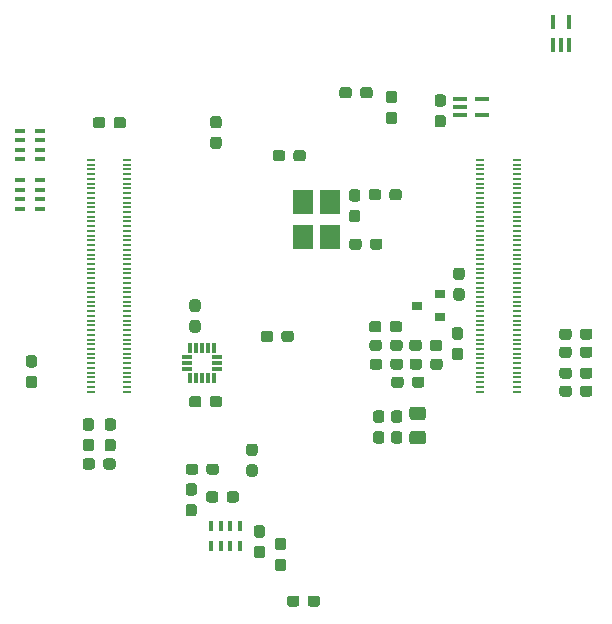
<source format=gbr>
%TF.GenerationSoftware,KiCad,Pcbnew,(5.1.6)-1*%
%TF.CreationDate,2020-12-16T03:56:45+01:00*%
%TF.ProjectId,CanSat,43616e53-6174-42e6-9b69-6361645f7063,V1.0*%
%TF.SameCoordinates,Original*%
%TF.FileFunction,Paste,Top*%
%TF.FilePolarity,Positive*%
%FSLAX46Y46*%
G04 Gerber Fmt 4.6, Leading zero omitted, Abs format (unit mm)*
G04 Created by KiCad (PCBNEW (5.1.6)-1) date 2020-12-16 03:56:45*
%MOMM*%
%LPD*%
G01*
G04 APERTURE LIST*
%ADD10R,0.400000X1.190000*%
%ADD11R,1.190000X0.400000*%
%ADD12R,0.863600X0.304800*%
%ADD13R,0.304800X0.863600*%
%ADD14R,0.900000X0.400000*%
%ADD15R,0.700000X0.200000*%
%ADD16R,1.800000X2.100000*%
%ADD17R,0.900000X0.800000*%
%ADD18R,0.400000X0.900000*%
G04 APERTURE END LIST*
D10*
%TO.C,U4*%
X231125000Y-33520500D03*
X232425000Y-33520500D03*
X232425000Y-35440500D03*
X231775000Y-35440500D03*
X231125000Y-35440500D03*
%TD*%
D11*
%TO.C,U6*%
X225122500Y-40053500D03*
X225122500Y-41353500D03*
X223202500Y-41353500D03*
X223202500Y-40703500D03*
X223202500Y-40053500D03*
%TD*%
D12*
%TO.C,U7*%
X200130000Y-62908000D03*
X200130000Y-62400000D03*
X200130000Y-61892000D03*
D13*
X200409400Y-61130000D03*
X200892000Y-61130000D03*
X201400000Y-61130000D03*
X201908000Y-61130000D03*
X202390600Y-61130000D03*
D12*
X202670000Y-61892000D03*
X202670000Y-62400000D03*
X202670000Y-62908000D03*
D13*
X202390600Y-63670000D03*
X201908000Y-63670000D03*
X201400000Y-63670000D03*
X200892000Y-63670000D03*
X200409400Y-63670000D03*
%TD*%
%TO.C,C4*%
G36*
G01*
X201024500Y-58056000D02*
X200549500Y-58056000D01*
G75*
G02*
X200312000Y-57818500I0J237500D01*
G01*
X200312000Y-57243500D01*
G75*
G02*
X200549500Y-57006000I237500J0D01*
G01*
X201024500Y-57006000D01*
G75*
G02*
X201262000Y-57243500I0J-237500D01*
G01*
X201262000Y-57818500D01*
G75*
G02*
X201024500Y-58056000I-237500J0D01*
G01*
G37*
G36*
G01*
X201024500Y-59806000D02*
X200549500Y-59806000D01*
G75*
G02*
X200312000Y-59568500I0J237500D01*
G01*
X200312000Y-58993500D01*
G75*
G02*
X200549500Y-58756000I237500J0D01*
G01*
X201024500Y-58756000D01*
G75*
G02*
X201262000Y-58993500I0J-237500D01*
G01*
X201262000Y-59568500D01*
G75*
G02*
X201024500Y-59806000I-237500J0D01*
G01*
G37*
%TD*%
%TO.C,C3*%
G36*
G01*
X202040000Y-65896500D02*
X202040000Y-65421500D01*
G75*
G02*
X202277500Y-65184000I237500J0D01*
G01*
X202852500Y-65184000D01*
G75*
G02*
X203090000Y-65421500I0J-237500D01*
G01*
X203090000Y-65896500D01*
G75*
G02*
X202852500Y-66134000I-237500J0D01*
G01*
X202277500Y-66134000D01*
G75*
G02*
X202040000Y-65896500I0J237500D01*
G01*
G37*
G36*
G01*
X200290000Y-65896500D02*
X200290000Y-65421500D01*
G75*
G02*
X200527500Y-65184000I237500J0D01*
G01*
X201102500Y-65184000D01*
G75*
G02*
X201340000Y-65421500I0J-237500D01*
G01*
X201340000Y-65896500D01*
G75*
G02*
X201102500Y-66134000I-237500J0D01*
G01*
X200527500Y-66134000D01*
G75*
G02*
X200290000Y-65896500I0J237500D01*
G01*
G37*
%TD*%
%TO.C,R6*%
G36*
G01*
X206485500Y-78919500D02*
X206010500Y-78919500D01*
G75*
G02*
X205773000Y-78682000I0J237500D01*
G01*
X205773000Y-78107000D01*
G75*
G02*
X206010500Y-77869500I237500J0D01*
G01*
X206485500Y-77869500D01*
G75*
G02*
X206723000Y-78107000I0J-237500D01*
G01*
X206723000Y-78682000D01*
G75*
G02*
X206485500Y-78919500I-237500J0D01*
G01*
G37*
G36*
G01*
X206485500Y-77169500D02*
X206010500Y-77169500D01*
G75*
G02*
X205773000Y-76932000I0J237500D01*
G01*
X205773000Y-76357000D01*
G75*
G02*
X206010500Y-76119500I237500J0D01*
G01*
X206485500Y-76119500D01*
G75*
G02*
X206723000Y-76357000I0J-237500D01*
G01*
X206723000Y-76932000D01*
G75*
G02*
X206485500Y-77169500I-237500J0D01*
G01*
G37*
%TD*%
D14*
%TO.C,RN2*%
X187667000Y-45142000D03*
X187667000Y-44342000D03*
X187667000Y-43542000D03*
X187667000Y-42742000D03*
X185967000Y-45142000D03*
X185967000Y-42742000D03*
X185967000Y-44342000D03*
X185967000Y-43542000D03*
%TD*%
%TO.C,RN1*%
X185967000Y-46933000D03*
X185967000Y-47733000D03*
X185967000Y-48533000D03*
X185967000Y-49333000D03*
X187667000Y-46933000D03*
X187667000Y-49333000D03*
X187667000Y-47733000D03*
X187667000Y-48533000D03*
%TD*%
%TO.C,F1*%
G36*
G01*
X208580500Y-82787500D02*
X208580500Y-82312500D01*
G75*
G02*
X208818000Y-82075000I237500J0D01*
G01*
X209393000Y-82075000D01*
G75*
G02*
X209630500Y-82312500I0J-237500D01*
G01*
X209630500Y-82787500D01*
G75*
G02*
X209393000Y-83025000I-237500J0D01*
G01*
X208818000Y-83025000D01*
G75*
G02*
X208580500Y-82787500I0J237500D01*
G01*
G37*
G36*
G01*
X210330500Y-82787500D02*
X210330500Y-82312500D01*
G75*
G02*
X210568000Y-82075000I237500J0D01*
G01*
X211143000Y-82075000D01*
G75*
G02*
X211380500Y-82312500I0J-237500D01*
G01*
X211380500Y-82787500D01*
G75*
G02*
X211143000Y-83025000I-237500J0D01*
G01*
X210568000Y-83025000D01*
G75*
G02*
X210330500Y-82787500I0J237500D01*
G01*
G37*
%TD*%
%TO.C,C1*%
G36*
G01*
X192007500Y-68117000D02*
X191532500Y-68117000D01*
G75*
G02*
X191295000Y-67879500I0J237500D01*
G01*
X191295000Y-67304500D01*
G75*
G02*
X191532500Y-67067000I237500J0D01*
G01*
X192007500Y-67067000D01*
G75*
G02*
X192245000Y-67304500I0J-237500D01*
G01*
X192245000Y-67879500D01*
G75*
G02*
X192007500Y-68117000I-237500J0D01*
G01*
G37*
G36*
G01*
X192007500Y-69867000D02*
X191532500Y-69867000D01*
G75*
G02*
X191295000Y-69629500I0J237500D01*
G01*
X191295000Y-69054500D01*
G75*
G02*
X191532500Y-68817000I237500J0D01*
G01*
X192007500Y-68817000D01*
G75*
G02*
X192245000Y-69054500I0J-237500D01*
G01*
X192245000Y-69629500D01*
G75*
G02*
X192007500Y-69867000I-237500J0D01*
G01*
G37*
%TD*%
%TO.C,C7*%
G36*
G01*
X207374000Y-45068500D02*
X207374000Y-44593500D01*
G75*
G02*
X207611500Y-44356000I237500J0D01*
G01*
X208186500Y-44356000D01*
G75*
G02*
X208424000Y-44593500I0J-237500D01*
G01*
X208424000Y-45068500D01*
G75*
G02*
X208186500Y-45306000I-237500J0D01*
G01*
X207611500Y-45306000D01*
G75*
G02*
X207374000Y-45068500I0J237500D01*
G01*
G37*
G36*
G01*
X209124000Y-45068500D02*
X209124000Y-44593500D01*
G75*
G02*
X209361500Y-44356000I237500J0D01*
G01*
X209936500Y-44356000D01*
G75*
G02*
X210174000Y-44593500I0J-237500D01*
G01*
X210174000Y-45068500D01*
G75*
G02*
X209936500Y-45306000I-237500J0D01*
G01*
X209361500Y-45306000D01*
G75*
G02*
X209124000Y-45068500I0J237500D01*
G01*
G37*
%TD*%
%TO.C,C8*%
G36*
G01*
X218393500Y-62246500D02*
X218393500Y-62721500D01*
G75*
G02*
X218156000Y-62959000I-237500J0D01*
G01*
X217581000Y-62959000D01*
G75*
G02*
X217343500Y-62721500I0J237500D01*
G01*
X217343500Y-62246500D01*
G75*
G02*
X217581000Y-62009000I237500J0D01*
G01*
X218156000Y-62009000D01*
G75*
G02*
X218393500Y-62246500I0J-237500D01*
G01*
G37*
G36*
G01*
X216643500Y-62246500D02*
X216643500Y-62721500D01*
G75*
G02*
X216406000Y-62959000I-237500J0D01*
G01*
X215831000Y-62959000D01*
G75*
G02*
X215593500Y-62721500I0J237500D01*
G01*
X215593500Y-62246500D01*
G75*
G02*
X215831000Y-62009000I237500J0D01*
G01*
X216406000Y-62009000D01*
G75*
G02*
X216643500Y-62246500I0J-237500D01*
G01*
G37*
%TD*%
%TO.C,C9*%
G36*
G01*
X206358000Y-60372000D02*
X206358000Y-59897000D01*
G75*
G02*
X206595500Y-59659500I237500J0D01*
G01*
X207170500Y-59659500D01*
G75*
G02*
X207408000Y-59897000I0J-237500D01*
G01*
X207408000Y-60372000D01*
G75*
G02*
X207170500Y-60609500I-237500J0D01*
G01*
X206595500Y-60609500D01*
G75*
G02*
X206358000Y-60372000I0J237500D01*
G01*
G37*
G36*
G01*
X208108000Y-60372000D02*
X208108000Y-59897000D01*
G75*
G02*
X208345500Y-59659500I237500J0D01*
G01*
X208920500Y-59659500D01*
G75*
G02*
X209158000Y-59897000I0J-237500D01*
G01*
X209158000Y-60372000D01*
G75*
G02*
X208920500Y-60609500I-237500J0D01*
G01*
X208345500Y-60609500D01*
G75*
G02*
X208108000Y-60372000I0J237500D01*
G01*
G37*
%TD*%
%TO.C,C10*%
G36*
G01*
X215601000Y-52561500D02*
X215601000Y-52086500D01*
G75*
G02*
X215838500Y-51849000I237500J0D01*
G01*
X216413500Y-51849000D01*
G75*
G02*
X216651000Y-52086500I0J-237500D01*
G01*
X216651000Y-52561500D01*
G75*
G02*
X216413500Y-52799000I-237500J0D01*
G01*
X215838500Y-52799000D01*
G75*
G02*
X215601000Y-52561500I0J237500D01*
G01*
G37*
G36*
G01*
X213851000Y-52561500D02*
X213851000Y-52086500D01*
G75*
G02*
X214088500Y-51849000I237500J0D01*
G01*
X214663500Y-51849000D01*
G75*
G02*
X214901000Y-52086500I0J-237500D01*
G01*
X214901000Y-52561500D01*
G75*
G02*
X214663500Y-52799000I-237500J0D01*
G01*
X214088500Y-52799000D01*
G75*
G02*
X213851000Y-52561500I0J237500D01*
G01*
G37*
%TD*%
%TO.C,C11*%
G36*
G01*
X202802500Y-44276500D02*
X202327500Y-44276500D01*
G75*
G02*
X202090000Y-44039000I0J237500D01*
G01*
X202090000Y-43464000D01*
G75*
G02*
X202327500Y-43226500I237500J0D01*
G01*
X202802500Y-43226500D01*
G75*
G02*
X203040000Y-43464000I0J-237500D01*
G01*
X203040000Y-44039000D01*
G75*
G02*
X202802500Y-44276500I-237500J0D01*
G01*
G37*
G36*
G01*
X202802500Y-42526500D02*
X202327500Y-42526500D01*
G75*
G02*
X202090000Y-42289000I0J237500D01*
G01*
X202090000Y-41714000D01*
G75*
G02*
X202327500Y-41476500I237500J0D01*
G01*
X202802500Y-41476500D01*
G75*
G02*
X203040000Y-41714000I0J-237500D01*
G01*
X203040000Y-42289000D01*
G75*
G02*
X202802500Y-42526500I-237500J0D01*
G01*
G37*
%TD*%
%TO.C,C13*%
G36*
G01*
X214075000Y-47671500D02*
X214550000Y-47671500D01*
G75*
G02*
X214787500Y-47909000I0J-237500D01*
G01*
X214787500Y-48484000D01*
G75*
G02*
X214550000Y-48721500I-237500J0D01*
G01*
X214075000Y-48721500D01*
G75*
G02*
X213837500Y-48484000I0J237500D01*
G01*
X213837500Y-47909000D01*
G75*
G02*
X214075000Y-47671500I237500J0D01*
G01*
G37*
G36*
G01*
X214075000Y-49421500D02*
X214550000Y-49421500D01*
G75*
G02*
X214787500Y-49659000I0J-237500D01*
G01*
X214787500Y-50234000D01*
G75*
G02*
X214550000Y-50471500I-237500J0D01*
G01*
X214075000Y-50471500D01*
G75*
G02*
X213837500Y-50234000I0J237500D01*
G01*
X213837500Y-49659000D01*
G75*
G02*
X214075000Y-49421500I237500J0D01*
G01*
G37*
%TD*%
%TO.C,C14*%
G36*
G01*
X218365500Y-60659000D02*
X218365500Y-61134000D01*
G75*
G02*
X218128000Y-61371500I-237500J0D01*
G01*
X217553000Y-61371500D01*
G75*
G02*
X217315500Y-61134000I0J237500D01*
G01*
X217315500Y-60659000D01*
G75*
G02*
X217553000Y-60421500I237500J0D01*
G01*
X218128000Y-60421500D01*
G75*
G02*
X218365500Y-60659000I0J-237500D01*
G01*
G37*
G36*
G01*
X216615500Y-60659000D02*
X216615500Y-61134000D01*
G75*
G02*
X216378000Y-61371500I-237500J0D01*
G01*
X215803000Y-61371500D01*
G75*
G02*
X215565500Y-61134000I0J237500D01*
G01*
X215565500Y-60659000D01*
G75*
G02*
X215803000Y-60421500I237500J0D01*
G01*
X216378000Y-60421500D01*
G75*
G02*
X216615500Y-60659000I0J-237500D01*
G01*
G37*
%TD*%
%TO.C,C15*%
G36*
G01*
X216580000Y-59071500D02*
X216580000Y-59546500D01*
G75*
G02*
X216342500Y-59784000I-237500J0D01*
G01*
X215767500Y-59784000D01*
G75*
G02*
X215530000Y-59546500I0J237500D01*
G01*
X215530000Y-59071500D01*
G75*
G02*
X215767500Y-58834000I237500J0D01*
G01*
X216342500Y-58834000D01*
G75*
G02*
X216580000Y-59071500I0J-237500D01*
G01*
G37*
G36*
G01*
X218330000Y-59071500D02*
X218330000Y-59546500D01*
G75*
G02*
X218092500Y-59784000I-237500J0D01*
G01*
X217517500Y-59784000D01*
G75*
G02*
X217280000Y-59546500I0J237500D01*
G01*
X217280000Y-59071500D01*
G75*
G02*
X217517500Y-58834000I237500J0D01*
G01*
X218092500Y-58834000D01*
G75*
G02*
X218330000Y-59071500I0J-237500D01*
G01*
G37*
%TD*%
%TO.C,C16*%
G36*
G01*
X215825500Y-39259500D02*
X215825500Y-39734500D01*
G75*
G02*
X215588000Y-39972000I-237500J0D01*
G01*
X215013000Y-39972000D01*
G75*
G02*
X214775500Y-39734500I0J237500D01*
G01*
X214775500Y-39259500D01*
G75*
G02*
X215013000Y-39022000I237500J0D01*
G01*
X215588000Y-39022000D01*
G75*
G02*
X215825500Y-39259500I0J-237500D01*
G01*
G37*
G36*
G01*
X214075500Y-39259500D02*
X214075500Y-39734500D01*
G75*
G02*
X213838000Y-39972000I-237500J0D01*
G01*
X213263000Y-39972000D01*
G75*
G02*
X213025500Y-39734500I0J237500D01*
G01*
X213025500Y-39259500D01*
G75*
G02*
X213263000Y-39022000I237500J0D01*
G01*
X213838000Y-39022000D01*
G75*
G02*
X214075500Y-39259500I0J-237500D01*
G01*
G37*
%TD*%
%TO.C,C17*%
G36*
G01*
X220709000Y-62721500D02*
X220709000Y-62246500D01*
G75*
G02*
X220946500Y-62009000I237500J0D01*
G01*
X221521500Y-62009000D01*
G75*
G02*
X221759000Y-62246500I0J-237500D01*
G01*
X221759000Y-62721500D01*
G75*
G02*
X221521500Y-62959000I-237500J0D01*
G01*
X220946500Y-62959000D01*
G75*
G02*
X220709000Y-62721500I0J237500D01*
G01*
G37*
G36*
G01*
X218959000Y-62721500D02*
X218959000Y-62246500D01*
G75*
G02*
X219196500Y-62009000I237500J0D01*
G01*
X219771500Y-62009000D01*
G75*
G02*
X220009000Y-62246500I0J-237500D01*
G01*
X220009000Y-62721500D01*
G75*
G02*
X219771500Y-62959000I-237500J0D01*
G01*
X219196500Y-62959000D01*
G75*
G02*
X218959000Y-62721500I0J237500D01*
G01*
G37*
%TD*%
%TO.C,C18*%
G36*
G01*
X218931000Y-61134000D02*
X218931000Y-60659000D01*
G75*
G02*
X219168500Y-60421500I237500J0D01*
G01*
X219743500Y-60421500D01*
G75*
G02*
X219981000Y-60659000I0J-237500D01*
G01*
X219981000Y-61134000D01*
G75*
G02*
X219743500Y-61371500I-237500J0D01*
G01*
X219168500Y-61371500D01*
G75*
G02*
X218931000Y-61134000I0J237500D01*
G01*
G37*
G36*
G01*
X220681000Y-61134000D02*
X220681000Y-60659000D01*
G75*
G02*
X220918500Y-60421500I237500J0D01*
G01*
X221493500Y-60421500D01*
G75*
G02*
X221731000Y-60659000I0J-237500D01*
G01*
X221731000Y-61134000D01*
G75*
G02*
X221493500Y-61371500I-237500J0D01*
G01*
X220918500Y-61371500D01*
G75*
G02*
X220681000Y-61134000I0J237500D01*
G01*
G37*
%TD*%
%TO.C,C19*%
G36*
G01*
X217631000Y-68154000D02*
X218106000Y-68154000D01*
G75*
G02*
X218343500Y-68391500I0J-237500D01*
G01*
X218343500Y-68966500D01*
G75*
G02*
X218106000Y-69204000I-237500J0D01*
G01*
X217631000Y-69204000D01*
G75*
G02*
X217393500Y-68966500I0J237500D01*
G01*
X217393500Y-68391500D01*
G75*
G02*
X217631000Y-68154000I237500J0D01*
G01*
G37*
G36*
G01*
X217631000Y-66404000D02*
X218106000Y-66404000D01*
G75*
G02*
X218343500Y-66641500I0J-237500D01*
G01*
X218343500Y-67216500D01*
G75*
G02*
X218106000Y-67454000I-237500J0D01*
G01*
X217631000Y-67454000D01*
G75*
G02*
X217393500Y-67216500I0J237500D01*
G01*
X217393500Y-66641500D01*
G75*
G02*
X217631000Y-66404000I237500J0D01*
G01*
G37*
%TD*%
%TO.C,C20*%
G36*
G01*
X216107000Y-68154000D02*
X216582000Y-68154000D01*
G75*
G02*
X216819500Y-68391500I0J-237500D01*
G01*
X216819500Y-68966500D01*
G75*
G02*
X216582000Y-69204000I-237500J0D01*
G01*
X216107000Y-69204000D01*
G75*
G02*
X215869500Y-68966500I0J237500D01*
G01*
X215869500Y-68391500D01*
G75*
G02*
X216107000Y-68154000I237500J0D01*
G01*
G37*
G36*
G01*
X216107000Y-66404000D02*
X216582000Y-66404000D01*
G75*
G02*
X216819500Y-66641500I0J-237500D01*
G01*
X216819500Y-67216500D01*
G75*
G02*
X216582000Y-67454000I-237500J0D01*
G01*
X216107000Y-67454000D01*
G75*
G02*
X215869500Y-67216500I0J237500D01*
G01*
X215869500Y-66641500D01*
G75*
G02*
X216107000Y-66404000I237500J0D01*
G01*
G37*
%TD*%
%TO.C,C22*%
G36*
G01*
X192148000Y-42274500D02*
X192148000Y-41799500D01*
G75*
G02*
X192385500Y-41562000I237500J0D01*
G01*
X192960500Y-41562000D01*
G75*
G02*
X193198000Y-41799500I0J-237500D01*
G01*
X193198000Y-42274500D01*
G75*
G02*
X192960500Y-42512000I-237500J0D01*
G01*
X192385500Y-42512000D01*
G75*
G02*
X192148000Y-42274500I0J237500D01*
G01*
G37*
G36*
G01*
X193898000Y-42274500D02*
X193898000Y-41799500D01*
G75*
G02*
X194135500Y-41562000I237500J0D01*
G01*
X194710500Y-41562000D01*
G75*
G02*
X194948000Y-41799500I0J-237500D01*
G01*
X194948000Y-42274500D01*
G75*
G02*
X194710500Y-42512000I-237500J0D01*
G01*
X194135500Y-42512000D01*
G75*
G02*
X193898000Y-42274500I0J237500D01*
G01*
G37*
%TD*%
%TO.C,D5*%
G36*
G01*
X234431000Y-59706500D02*
X234431000Y-60181500D01*
G75*
G02*
X234193500Y-60419000I-237500J0D01*
G01*
X233618500Y-60419000D01*
G75*
G02*
X233381000Y-60181500I0J237500D01*
G01*
X233381000Y-59706500D01*
G75*
G02*
X233618500Y-59469000I237500J0D01*
G01*
X234193500Y-59469000D01*
G75*
G02*
X234431000Y-59706500I0J-237500D01*
G01*
G37*
G36*
G01*
X232681000Y-59706500D02*
X232681000Y-60181500D01*
G75*
G02*
X232443500Y-60419000I-237500J0D01*
G01*
X231868500Y-60419000D01*
G75*
G02*
X231631000Y-60181500I0J237500D01*
G01*
X231631000Y-59706500D01*
G75*
G02*
X231868500Y-59469000I237500J0D01*
G01*
X232443500Y-59469000D01*
G75*
G02*
X232681000Y-59706500I0J-237500D01*
G01*
G37*
%TD*%
%TO.C,D6*%
G36*
G01*
X232695000Y-63008500D02*
X232695000Y-63483500D01*
G75*
G02*
X232457500Y-63721000I-237500J0D01*
G01*
X231882500Y-63721000D01*
G75*
G02*
X231645000Y-63483500I0J237500D01*
G01*
X231645000Y-63008500D01*
G75*
G02*
X231882500Y-62771000I237500J0D01*
G01*
X232457500Y-62771000D01*
G75*
G02*
X232695000Y-63008500I0J-237500D01*
G01*
G37*
G36*
G01*
X234445000Y-63008500D02*
X234445000Y-63483500D01*
G75*
G02*
X234207500Y-63721000I-237500J0D01*
G01*
X233632500Y-63721000D01*
G75*
G02*
X233395000Y-63483500I0J237500D01*
G01*
X233395000Y-63008500D01*
G75*
G02*
X233632500Y-62771000I237500J0D01*
G01*
X234207500Y-62771000D01*
G75*
G02*
X234445000Y-63008500I0J-237500D01*
G01*
G37*
%TD*%
D15*
%TO.C,J15*%
X228040000Y-64800000D03*
X224960000Y-64800000D03*
X228040000Y-64400000D03*
X224960000Y-64400000D03*
X228040000Y-64000000D03*
X224960000Y-64000000D03*
X228040000Y-63600000D03*
X224960000Y-63600000D03*
X228040000Y-63200000D03*
X224960000Y-63200000D03*
X228040000Y-62800000D03*
X224960000Y-62800000D03*
X228040000Y-62400000D03*
X224960000Y-62400000D03*
X228040000Y-62000000D03*
X224960000Y-62000000D03*
X228040000Y-61600000D03*
X224960000Y-61600000D03*
X228040000Y-61200000D03*
X224960000Y-61200000D03*
X228040000Y-60800000D03*
X224960000Y-60800000D03*
X228040000Y-60400000D03*
X224960000Y-60400000D03*
X228040000Y-60000000D03*
X224960000Y-60000000D03*
X228040000Y-59600000D03*
X224960000Y-59600000D03*
X228040000Y-59200000D03*
X224960000Y-59200000D03*
X228040000Y-58800000D03*
X224960000Y-58800000D03*
X228040000Y-58400000D03*
X224960000Y-58400000D03*
X228040000Y-58000000D03*
X224960000Y-58000000D03*
X228040000Y-57600000D03*
X224960000Y-57600000D03*
X228040000Y-57200000D03*
X224960000Y-57200000D03*
X228040000Y-56800000D03*
X224960000Y-56800000D03*
X228040000Y-56400000D03*
X224960000Y-56400000D03*
X228040000Y-56000000D03*
X224960000Y-56000000D03*
X228040000Y-55600000D03*
X224960000Y-55600000D03*
X228040000Y-55200000D03*
X224960000Y-55200000D03*
X228040000Y-54800000D03*
X224960000Y-54800000D03*
X228040000Y-54400000D03*
X224960000Y-54400000D03*
X228040000Y-54000000D03*
X224960000Y-54000000D03*
X228040000Y-53600000D03*
X224960000Y-53600000D03*
X228040000Y-53200000D03*
X224960000Y-53200000D03*
X228040000Y-52800000D03*
X224960000Y-52800000D03*
X228040000Y-52400000D03*
X224960000Y-52400000D03*
X228040000Y-52000000D03*
X224960000Y-52000000D03*
X228040000Y-51600000D03*
X224960000Y-51600000D03*
X228040000Y-51200000D03*
X224960000Y-51200000D03*
X228040000Y-50800000D03*
X224960000Y-50800000D03*
X228040000Y-50400000D03*
X224960000Y-50400000D03*
X228040000Y-50000000D03*
X224960000Y-50000000D03*
X228040000Y-49600000D03*
X224960000Y-49600000D03*
X228040000Y-49200000D03*
X224960000Y-49200000D03*
X228040000Y-48800000D03*
X224960000Y-48800000D03*
X228040000Y-48400000D03*
X224960000Y-48400000D03*
X228040000Y-48000000D03*
X224960000Y-48000000D03*
X228040000Y-47600000D03*
X224960000Y-47600000D03*
X228040000Y-47200000D03*
X224960000Y-47200000D03*
X228040000Y-46800000D03*
X224960000Y-46800000D03*
X228040000Y-46400000D03*
X224960000Y-46400000D03*
X228040000Y-46000000D03*
X224960000Y-46000000D03*
X228040000Y-45600000D03*
X224960000Y-45600000D03*
X228040000Y-45200000D03*
X224960000Y-45200000D03*
%TD*%
%TO.C,J16*%
X191960000Y-45200000D03*
X195040000Y-45200000D03*
X191960000Y-45600000D03*
X195040000Y-45600000D03*
X191960000Y-46000000D03*
X195040000Y-46000000D03*
X191960000Y-46400000D03*
X195040000Y-46400000D03*
X191960000Y-46800000D03*
X195040000Y-46800000D03*
X191960000Y-47200000D03*
X195040000Y-47200000D03*
X191960000Y-47600000D03*
X195040000Y-47600000D03*
X191960000Y-48000000D03*
X195040000Y-48000000D03*
X191960000Y-48400000D03*
X195040000Y-48400000D03*
X191960000Y-48800000D03*
X195040000Y-48800000D03*
X191960000Y-49200000D03*
X195040000Y-49200000D03*
X191960000Y-49600000D03*
X195040000Y-49600000D03*
X191960000Y-50000000D03*
X195040000Y-50000000D03*
X191960000Y-50400000D03*
X195040000Y-50400000D03*
X191960000Y-50800000D03*
X195040000Y-50800000D03*
X191960000Y-51200000D03*
X195040000Y-51200000D03*
X191960000Y-51600000D03*
X195040000Y-51600000D03*
X191960000Y-52000000D03*
X195040000Y-52000000D03*
X191960000Y-52400000D03*
X195040000Y-52400000D03*
X191960000Y-52800000D03*
X195040000Y-52800000D03*
X191960000Y-53200000D03*
X195040000Y-53200000D03*
X191960000Y-53600000D03*
X195040000Y-53600000D03*
X191960000Y-54000000D03*
X195040000Y-54000000D03*
X191960000Y-54400000D03*
X195040000Y-54400000D03*
X191960000Y-54800000D03*
X195040000Y-54800000D03*
X191960000Y-55200000D03*
X195040000Y-55200000D03*
X191960000Y-55600000D03*
X195040000Y-55600000D03*
X191960000Y-56000000D03*
X195040000Y-56000000D03*
X191960000Y-56400000D03*
X195040000Y-56400000D03*
X191960000Y-56800000D03*
X195040000Y-56800000D03*
X191960000Y-57200000D03*
X195040000Y-57200000D03*
X191960000Y-57600000D03*
X195040000Y-57600000D03*
X191960000Y-58000000D03*
X195040000Y-58000000D03*
X191960000Y-58400000D03*
X195040000Y-58400000D03*
X191960000Y-58800000D03*
X195040000Y-58800000D03*
X191960000Y-59200000D03*
X195040000Y-59200000D03*
X191960000Y-59600000D03*
X195040000Y-59600000D03*
X191960000Y-60000000D03*
X195040000Y-60000000D03*
X191960000Y-60400000D03*
X195040000Y-60400000D03*
X191960000Y-60800000D03*
X195040000Y-60800000D03*
X191960000Y-61200000D03*
X195040000Y-61200000D03*
X191960000Y-61600000D03*
X195040000Y-61600000D03*
X191960000Y-62000000D03*
X195040000Y-62000000D03*
X191960000Y-62400000D03*
X195040000Y-62400000D03*
X191960000Y-62800000D03*
X195040000Y-62800000D03*
X191960000Y-63200000D03*
X195040000Y-63200000D03*
X191960000Y-63600000D03*
X195040000Y-63600000D03*
X191960000Y-64000000D03*
X195040000Y-64000000D03*
X191960000Y-64400000D03*
X195040000Y-64400000D03*
X191960000Y-64800000D03*
X195040000Y-64800000D03*
%TD*%
%TO.C,L1*%
G36*
G01*
X217407000Y-64245500D02*
X217407000Y-63770500D01*
G75*
G02*
X217644500Y-63533000I237500J0D01*
G01*
X218219500Y-63533000D01*
G75*
G02*
X218457000Y-63770500I0J-237500D01*
G01*
X218457000Y-64245500D01*
G75*
G02*
X218219500Y-64483000I-237500J0D01*
G01*
X217644500Y-64483000D01*
G75*
G02*
X217407000Y-64245500I0J237500D01*
G01*
G37*
G36*
G01*
X219157000Y-64245500D02*
X219157000Y-63770500D01*
G75*
G02*
X219394500Y-63533000I237500J0D01*
G01*
X219969500Y-63533000D01*
G75*
G02*
X220207000Y-63770500I0J-237500D01*
G01*
X220207000Y-64245500D01*
G75*
G02*
X219969500Y-64483000I-237500J0D01*
G01*
X219394500Y-64483000D01*
G75*
G02*
X219157000Y-64245500I0J237500D01*
G01*
G37*
%TD*%
%TO.C,R3*%
G36*
G01*
X193849000Y-69867000D02*
X193374000Y-69867000D01*
G75*
G02*
X193136500Y-69629500I0J237500D01*
G01*
X193136500Y-69054500D01*
G75*
G02*
X193374000Y-68817000I237500J0D01*
G01*
X193849000Y-68817000D01*
G75*
G02*
X194086500Y-69054500I0J-237500D01*
G01*
X194086500Y-69629500D01*
G75*
G02*
X193849000Y-69867000I-237500J0D01*
G01*
G37*
G36*
G01*
X193849000Y-68117000D02*
X193374000Y-68117000D01*
G75*
G02*
X193136500Y-67879500I0J237500D01*
G01*
X193136500Y-67304500D01*
G75*
G02*
X193374000Y-67067000I237500J0D01*
G01*
X193849000Y-67067000D01*
G75*
G02*
X194086500Y-67304500I0J-237500D01*
G01*
X194086500Y-67879500D01*
G75*
G02*
X193849000Y-68117000I-237500J0D01*
G01*
G37*
%TD*%
%TO.C,R4*%
G36*
G01*
X191273000Y-71167000D02*
X191273000Y-70692000D01*
G75*
G02*
X191510500Y-70454500I237500J0D01*
G01*
X192085500Y-70454500D01*
G75*
G02*
X192323000Y-70692000I0J-237500D01*
G01*
X192323000Y-71167000D01*
G75*
G02*
X192085500Y-71404500I-237500J0D01*
G01*
X191510500Y-71404500D01*
G75*
G02*
X191273000Y-71167000I0J237500D01*
G01*
G37*
G36*
G01*
X193023000Y-71167000D02*
X193023000Y-70692000D01*
G75*
G02*
X193260500Y-70454500I237500J0D01*
G01*
X193835500Y-70454500D01*
G75*
G02*
X194073000Y-70692000I0J-237500D01*
G01*
X194073000Y-71167000D01*
G75*
G02*
X193835500Y-71404500I-237500J0D01*
G01*
X193260500Y-71404500D01*
G75*
G02*
X193023000Y-71167000I0J237500D01*
G01*
G37*
%TD*%
%TO.C,R7*%
G36*
G01*
X187181500Y-62769000D02*
X186706500Y-62769000D01*
G75*
G02*
X186469000Y-62531500I0J237500D01*
G01*
X186469000Y-61956500D01*
G75*
G02*
X186706500Y-61719000I237500J0D01*
G01*
X187181500Y-61719000D01*
G75*
G02*
X187419000Y-61956500I0J-237500D01*
G01*
X187419000Y-62531500D01*
G75*
G02*
X187181500Y-62769000I-237500J0D01*
G01*
G37*
G36*
G01*
X187181500Y-64519000D02*
X186706500Y-64519000D01*
G75*
G02*
X186469000Y-64281500I0J237500D01*
G01*
X186469000Y-63706500D01*
G75*
G02*
X186706500Y-63469000I237500J0D01*
G01*
X187181500Y-63469000D01*
G75*
G02*
X187419000Y-63706500I0J-237500D01*
G01*
X187419000Y-64281500D01*
G75*
G02*
X187181500Y-64519000I-237500J0D01*
G01*
G37*
%TD*%
%TO.C,R8*%
G36*
G01*
X208263500Y-78249000D02*
X207788500Y-78249000D01*
G75*
G02*
X207551000Y-78011500I0J237500D01*
G01*
X207551000Y-77436500D01*
G75*
G02*
X207788500Y-77199000I237500J0D01*
G01*
X208263500Y-77199000D01*
G75*
G02*
X208501000Y-77436500I0J-237500D01*
G01*
X208501000Y-78011500D01*
G75*
G02*
X208263500Y-78249000I-237500J0D01*
G01*
G37*
G36*
G01*
X208263500Y-79999000D02*
X207788500Y-79999000D01*
G75*
G02*
X207551000Y-79761500I0J237500D01*
G01*
X207551000Y-79186500D01*
G75*
G02*
X207788500Y-78949000I237500J0D01*
G01*
X208263500Y-78949000D01*
G75*
G02*
X208501000Y-79186500I0J-237500D01*
G01*
X208501000Y-79761500D01*
G75*
G02*
X208263500Y-79999000I-237500J0D01*
G01*
G37*
%TD*%
%TO.C,R9*%
G36*
G01*
X205375500Y-70962000D02*
X205850500Y-70962000D01*
G75*
G02*
X206088000Y-71199500I0J-237500D01*
G01*
X206088000Y-71774500D01*
G75*
G02*
X205850500Y-72012000I-237500J0D01*
G01*
X205375500Y-72012000D01*
G75*
G02*
X205138000Y-71774500I0J237500D01*
G01*
X205138000Y-71199500D01*
G75*
G02*
X205375500Y-70962000I237500J0D01*
G01*
G37*
G36*
G01*
X205375500Y-69212000D02*
X205850500Y-69212000D01*
G75*
G02*
X206088000Y-69449500I0J-237500D01*
G01*
X206088000Y-70024500D01*
G75*
G02*
X205850500Y-70262000I-237500J0D01*
G01*
X205375500Y-70262000D01*
G75*
G02*
X205138000Y-70024500I0J237500D01*
G01*
X205138000Y-69449500D01*
G75*
G02*
X205375500Y-69212000I237500J0D01*
G01*
G37*
%TD*%
%TO.C,R19*%
G36*
G01*
X218302000Y-47895500D02*
X218302000Y-48370500D01*
G75*
G02*
X218064500Y-48608000I-237500J0D01*
G01*
X217489500Y-48608000D01*
G75*
G02*
X217252000Y-48370500I0J237500D01*
G01*
X217252000Y-47895500D01*
G75*
G02*
X217489500Y-47658000I237500J0D01*
G01*
X218064500Y-47658000D01*
G75*
G02*
X218302000Y-47895500I0J-237500D01*
G01*
G37*
G36*
G01*
X216552000Y-47895500D02*
X216552000Y-48370500D01*
G75*
G02*
X216314500Y-48608000I-237500J0D01*
G01*
X215739500Y-48608000D01*
G75*
G02*
X215502000Y-48370500I0J237500D01*
G01*
X215502000Y-47895500D01*
G75*
G02*
X215739500Y-47658000I237500J0D01*
G01*
X216314500Y-47658000D01*
G75*
G02*
X216552000Y-47895500I0J-237500D01*
G01*
G37*
%TD*%
%TO.C,R26*%
G36*
G01*
X217186500Y-39353000D02*
X217661500Y-39353000D01*
G75*
G02*
X217899000Y-39590500I0J-237500D01*
G01*
X217899000Y-40165500D01*
G75*
G02*
X217661500Y-40403000I-237500J0D01*
G01*
X217186500Y-40403000D01*
G75*
G02*
X216949000Y-40165500I0J237500D01*
G01*
X216949000Y-39590500D01*
G75*
G02*
X217186500Y-39353000I237500J0D01*
G01*
G37*
G36*
G01*
X217186500Y-41103000D02*
X217661500Y-41103000D01*
G75*
G02*
X217899000Y-41340500I0J-237500D01*
G01*
X217899000Y-41915500D01*
G75*
G02*
X217661500Y-42153000I-237500J0D01*
G01*
X217186500Y-42153000D01*
G75*
G02*
X216949000Y-41915500I0J237500D01*
G01*
X216949000Y-41340500D01*
G75*
G02*
X217186500Y-41103000I237500J0D01*
G01*
G37*
%TD*%
%TO.C,R27*%
G36*
G01*
X220096501Y-69282000D02*
X219196499Y-69282000D01*
G75*
G02*
X218946500Y-69032001I0J249999D01*
G01*
X218946500Y-68381999D01*
G75*
G02*
X219196499Y-68132000I249999J0D01*
G01*
X220096501Y-68132000D01*
G75*
G02*
X220346500Y-68381999I0J-249999D01*
G01*
X220346500Y-69032001D01*
G75*
G02*
X220096501Y-69282000I-249999J0D01*
G01*
G37*
G36*
G01*
X220096501Y-67232000D02*
X219196499Y-67232000D01*
G75*
G02*
X218946500Y-66982001I0J249999D01*
G01*
X218946500Y-66331999D01*
G75*
G02*
X219196499Y-66082000I249999J0D01*
G01*
X220096501Y-66082000D01*
G75*
G02*
X220346500Y-66331999I0J-249999D01*
G01*
X220346500Y-66982001D01*
G75*
G02*
X220096501Y-67232000I-249999J0D01*
G01*
G37*
%TD*%
%TO.C,R31*%
G36*
G01*
X232681000Y-61230500D02*
X232681000Y-61705500D01*
G75*
G02*
X232443500Y-61943000I-237500J0D01*
G01*
X231868500Y-61943000D01*
G75*
G02*
X231631000Y-61705500I0J237500D01*
G01*
X231631000Y-61230500D01*
G75*
G02*
X231868500Y-60993000I237500J0D01*
G01*
X232443500Y-60993000D01*
G75*
G02*
X232681000Y-61230500I0J-237500D01*
G01*
G37*
G36*
G01*
X234431000Y-61230500D02*
X234431000Y-61705500D01*
G75*
G02*
X234193500Y-61943000I-237500J0D01*
G01*
X233618500Y-61943000D01*
G75*
G02*
X233381000Y-61705500I0J237500D01*
G01*
X233381000Y-61230500D01*
G75*
G02*
X233618500Y-60993000I237500J0D01*
G01*
X234193500Y-60993000D01*
G75*
G02*
X234431000Y-61230500I0J-237500D01*
G01*
G37*
%TD*%
%TO.C,R32*%
G36*
G01*
X232695000Y-64532500D02*
X232695000Y-65007500D01*
G75*
G02*
X232457500Y-65245000I-237500J0D01*
G01*
X231882500Y-65245000D01*
G75*
G02*
X231645000Y-65007500I0J237500D01*
G01*
X231645000Y-64532500D01*
G75*
G02*
X231882500Y-64295000I237500J0D01*
G01*
X232457500Y-64295000D01*
G75*
G02*
X232695000Y-64532500I0J-237500D01*
G01*
G37*
G36*
G01*
X234445000Y-64532500D02*
X234445000Y-65007500D01*
G75*
G02*
X234207500Y-65245000I-237500J0D01*
G01*
X233632500Y-65245000D01*
G75*
G02*
X233395000Y-65007500I0J237500D01*
G01*
X233395000Y-64532500D01*
G75*
G02*
X233632500Y-64295000I237500J0D01*
G01*
X234207500Y-64295000D01*
G75*
G02*
X234445000Y-64532500I0J-237500D01*
G01*
G37*
%TD*%
%TO.C,R33*%
G36*
G01*
X221314000Y-39635000D02*
X221789000Y-39635000D01*
G75*
G02*
X222026500Y-39872500I0J-237500D01*
G01*
X222026500Y-40447500D01*
G75*
G02*
X221789000Y-40685000I-237500J0D01*
G01*
X221314000Y-40685000D01*
G75*
G02*
X221076500Y-40447500I0J237500D01*
G01*
X221076500Y-39872500D01*
G75*
G02*
X221314000Y-39635000I237500J0D01*
G01*
G37*
G36*
G01*
X221314000Y-41385000D02*
X221789000Y-41385000D01*
G75*
G02*
X222026500Y-41622500I0J-237500D01*
G01*
X222026500Y-42197500D01*
G75*
G02*
X221789000Y-42435000I-237500J0D01*
G01*
X221314000Y-42435000D01*
G75*
G02*
X221076500Y-42197500I0J237500D01*
G01*
X221076500Y-41622500D01*
G75*
G02*
X221314000Y-41385000I237500J0D01*
G01*
G37*
%TD*%
D16*
%TO.C,Y1*%
X209931000Y-51689000D03*
X209931000Y-48789000D03*
X212231000Y-48789000D03*
X212231000Y-51689000D03*
%TD*%
%TO.C,C2*%
G36*
G01*
X200707000Y-75363500D02*
X200232000Y-75363500D01*
G75*
G02*
X199994500Y-75126000I0J237500D01*
G01*
X199994500Y-74551000D01*
G75*
G02*
X200232000Y-74313500I237500J0D01*
G01*
X200707000Y-74313500D01*
G75*
G02*
X200944500Y-74551000I0J-237500D01*
G01*
X200944500Y-75126000D01*
G75*
G02*
X200707000Y-75363500I-237500J0D01*
G01*
G37*
G36*
G01*
X200707000Y-73613500D02*
X200232000Y-73613500D01*
G75*
G02*
X199994500Y-73376000I0J237500D01*
G01*
X199994500Y-72801000D01*
G75*
G02*
X200232000Y-72563500I237500J0D01*
G01*
X200707000Y-72563500D01*
G75*
G02*
X200944500Y-72801000I0J-237500D01*
G01*
X200944500Y-73376000D01*
G75*
G02*
X200707000Y-73613500I-237500J0D01*
G01*
G37*
%TD*%
%TO.C,D7*%
G36*
G01*
X223249500Y-62155500D02*
X222774500Y-62155500D01*
G75*
G02*
X222537000Y-61918000I0J237500D01*
G01*
X222537000Y-61343000D01*
G75*
G02*
X222774500Y-61105500I237500J0D01*
G01*
X223249500Y-61105500D01*
G75*
G02*
X223487000Y-61343000I0J-237500D01*
G01*
X223487000Y-61918000D01*
G75*
G02*
X223249500Y-62155500I-237500J0D01*
G01*
G37*
G36*
G01*
X223249500Y-60405500D02*
X222774500Y-60405500D01*
G75*
G02*
X222537000Y-60168000I0J237500D01*
G01*
X222537000Y-59593000D01*
G75*
G02*
X222774500Y-59355500I237500J0D01*
G01*
X223249500Y-59355500D01*
G75*
G02*
X223487000Y-59593000I0J-237500D01*
G01*
X223487000Y-60168000D01*
G75*
G02*
X223249500Y-60405500I-237500J0D01*
G01*
G37*
%TD*%
D17*
%TO.C,Q1*%
X221551500Y-58478500D03*
X221551500Y-56578500D03*
X219551500Y-57528500D03*
%TD*%
%TO.C,R1*%
G36*
G01*
X202808000Y-71136500D02*
X202808000Y-71611500D01*
G75*
G02*
X202570500Y-71849000I-237500J0D01*
G01*
X201995500Y-71849000D01*
G75*
G02*
X201758000Y-71611500I0J237500D01*
G01*
X201758000Y-71136500D01*
G75*
G02*
X201995500Y-70899000I237500J0D01*
G01*
X202570500Y-70899000D01*
G75*
G02*
X202808000Y-71136500I0J-237500D01*
G01*
G37*
G36*
G01*
X201058000Y-71136500D02*
X201058000Y-71611500D01*
G75*
G02*
X200820500Y-71849000I-237500J0D01*
G01*
X200245500Y-71849000D01*
G75*
G02*
X200008000Y-71611500I0J237500D01*
G01*
X200008000Y-71136500D01*
G75*
G02*
X200245500Y-70899000I237500J0D01*
G01*
X200820500Y-70899000D01*
G75*
G02*
X201058000Y-71136500I0J-237500D01*
G01*
G37*
%TD*%
%TO.C,R2*%
G36*
G01*
X203472500Y-73961000D02*
X203472500Y-73486000D01*
G75*
G02*
X203710000Y-73248500I237500J0D01*
G01*
X204285000Y-73248500D01*
G75*
G02*
X204522500Y-73486000I0J-237500D01*
G01*
X204522500Y-73961000D01*
G75*
G02*
X204285000Y-74198500I-237500J0D01*
G01*
X203710000Y-74198500D01*
G75*
G02*
X203472500Y-73961000I0J237500D01*
G01*
G37*
G36*
G01*
X201722500Y-73961000D02*
X201722500Y-73486000D01*
G75*
G02*
X201960000Y-73248500I237500J0D01*
G01*
X202535000Y-73248500D01*
G75*
G02*
X202772500Y-73486000I0J-237500D01*
G01*
X202772500Y-73961000D01*
G75*
G02*
X202535000Y-74198500I-237500J0D01*
G01*
X201960000Y-74198500D01*
G75*
G02*
X201722500Y-73961000I0J237500D01*
G01*
G37*
%TD*%
%TO.C,R5*%
G36*
G01*
X223376500Y-57103500D02*
X222901500Y-57103500D01*
G75*
G02*
X222664000Y-56866000I0J237500D01*
G01*
X222664000Y-56291000D01*
G75*
G02*
X222901500Y-56053500I237500J0D01*
G01*
X223376500Y-56053500D01*
G75*
G02*
X223614000Y-56291000I0J-237500D01*
G01*
X223614000Y-56866000D01*
G75*
G02*
X223376500Y-57103500I-237500J0D01*
G01*
G37*
G36*
G01*
X223376500Y-55353500D02*
X222901500Y-55353500D01*
G75*
G02*
X222664000Y-55116000I0J237500D01*
G01*
X222664000Y-54541000D01*
G75*
G02*
X222901500Y-54303500I237500J0D01*
G01*
X223376500Y-54303500D01*
G75*
G02*
X223614000Y-54541000I0J-237500D01*
G01*
X223614000Y-55116000D01*
G75*
G02*
X223376500Y-55353500I-237500J0D01*
G01*
G37*
%TD*%
D18*
%TO.C,RN4*%
X202971500Y-77900000D03*
X203771500Y-77900000D03*
X202171500Y-77900000D03*
X204571500Y-77900000D03*
X202171500Y-76200000D03*
X202971500Y-76200000D03*
X203771500Y-76200000D03*
X204571500Y-76200000D03*
%TD*%
M02*

</source>
